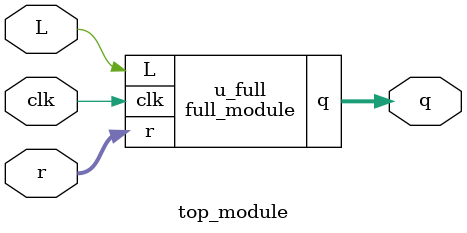
<source format=sv>
module ff_mux(
    input clk,
    input L,
    input d_in,
    input load_val,
    output reg q_out
);

// Always block triggered by the rising edge of the clock
always @(posedge clk) begin
    if (L) begin
        q_out <= load_val;  // Load value when L is high
    end else begin
        q_out <= d_in;  // Pass-through when L is low
    end
end

endmodule
module full_module(
    input [2:0] r,
    input L,
    input clk,
    output [2:0] q
);

// Internal signals for submodules' outputs
wire q0, q1, q2;

// Instantiate the first FF_MUX submodule
ff_mux u1 (
    .clk(clk),
    .L(L),
    .d_in(q1 ^ q2),  // XOR of q1 and q2
    .load_val(r[0]),
    .q_out(q0)
);

// Instantiate the second FF_MUX submodule
ff_mux u2 (
    .clk(clk),
    .L(L),
    .d_in(q0),  // Chained from the first output
    .load_val(r[1]),
    .q_out(q1)
);

// Instantiate the third FF_MUX submodule
ff_mux u3 (
    .clk(clk),
    .L(L),
    .d_in(q1),  // Chained from the second output
    .load_val(r[2]),
    .q_out(q2)
);

// Assign the outputs of submodules to q
assign q = {q2, q1, q0};

endmodule
module top_module(
    input clk,
    input L,
    input [2:0] r,
    output [2:0] q
);

// Instantiate the full_module
full_module u_full (
    .clk(clk),
    .L(L),
    .r(r),
    .q(q)
);

endmodule

</source>
